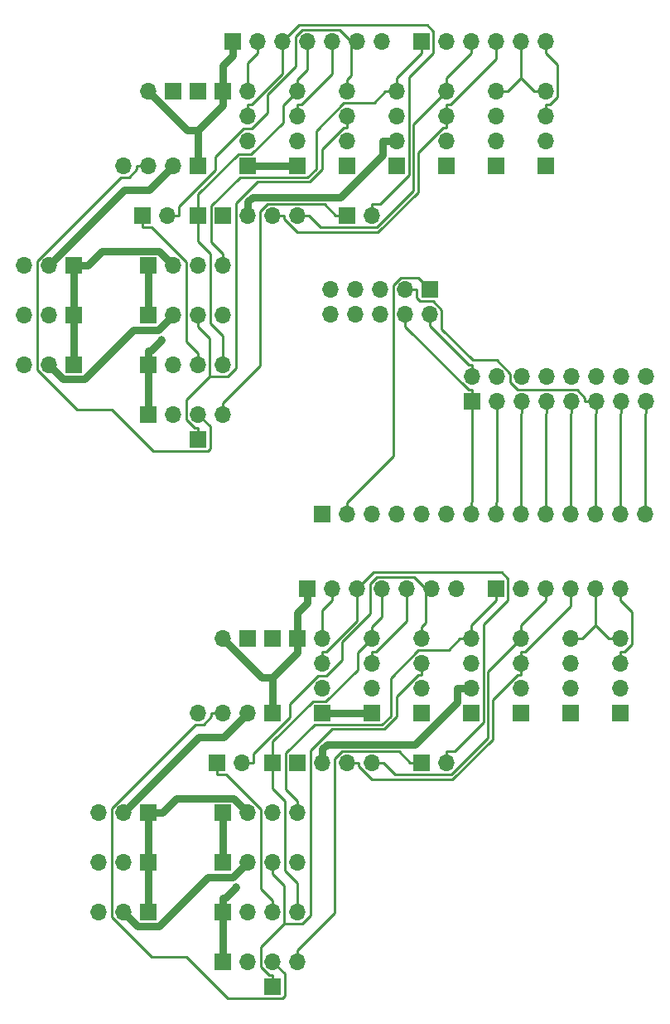
<source format=gbr>
G04 #@! TF.GenerationSoftware,KiCad,Pcbnew,5.0.1*
G04 #@! TF.CreationDate,2018-10-26T18:06:02+02:00*
G04 #@! TF.ProjectId,combine,636F6D62696E652E6B696361645F7063,rev?*
G04 #@! TF.SameCoordinates,Original*
G04 #@! TF.FileFunction,Copper,L2,Bot,Mixed*
G04 #@! TF.FilePolarity,Positive*
%FSLAX46Y46*%
G04 Gerber Fmt 4.6, Leading zero omitted, Abs format (unit mm)*
G04 Created by KiCad (PCBNEW 5.0.1) date Fri 26 Oct 2018 06:06:02 PM CEST*
%MOMM*%
%LPD*%
G01*
G04 APERTURE LIST*
G04 #@! TA.AperFunction,ComponentPad*
%ADD10R,1.700000X1.700000*%
G04 #@! TD*
G04 #@! TA.AperFunction,ComponentPad*
%ADD11O,1.700000X1.700000*%
G04 #@! TD*
G04 #@! TA.AperFunction,ViaPad*
%ADD12C,0.800000*%
G04 #@! TD*
G04 #@! TA.AperFunction,Conductor*
%ADD13C,0.750000*%
G04 #@! TD*
G04 #@! TA.AperFunction,Conductor*
%ADD14C,0.250000*%
G04 #@! TD*
G04 APERTURE END LIST*
D10*
G04 #@! TO.P,J6123,1*
G04 #@! TO.N,/GND*
X88900000Y-58420000D03*
D11*
G04 #@! TO.P,J6123,2*
G04 #@! TO.N,/12V*
X88900000Y-55880000D03*
G04 #@! TO.P,J6123,3*
G04 #@! TO.N,/FAN6*
X88900000Y-53340000D03*
G04 #@! TO.P,J6123,4*
G04 #@! TO.N,/PWM6*
X88900000Y-50800000D03*
G04 #@! TD*
G04 #@! TO.P,J1123,4*
G04 #@! TO.N,/PWM1*
X45720000Y-58420000D03*
G04 #@! TO.P,J1123,3*
G04 #@! TO.N,/FAN1*
X48260000Y-58420000D03*
G04 #@! TO.P,J1123,2*
G04 #@! TO.N,/FAN_P1*
X50800000Y-58420000D03*
D10*
G04 #@! TO.P,J1123,1*
G04 #@! TO.N,/GND*
X53340000Y-58420000D03*
G04 #@! TD*
D11*
G04 #@! TO.P,J5123,4*
G04 #@! TO.N,/PWM5*
X63500000Y-63500000D03*
G04 #@! TO.P,J5123,3*
G04 #@! TO.N,/FAN5*
X60960000Y-63500000D03*
G04 #@! TO.P,J5123,2*
G04 #@! TO.N,/12V*
X58420000Y-63500000D03*
D10*
G04 #@! TO.P,J5123,1*
G04 #@! TO.N,/GND*
X55880000Y-63500000D03*
G04 #@! TD*
G04 #@! TO.P,J4123,1*
G04 #@! TO.N,/GND*
X48260000Y-68580000D03*
D11*
G04 #@! TO.P,J4123,2*
G04 #@! TO.N,/12V*
X50800000Y-68580000D03*
G04 #@! TO.P,J4123,3*
G04 #@! TO.N,/FAN4*
X53340000Y-68580000D03*
G04 #@! TO.P,J4123,4*
G04 #@! TO.N,/PWM4*
X55880000Y-68580000D03*
G04 #@! TD*
G04 #@! TO.P,J32,4*
G04 #@! TO.N,/PWM3*
X55880000Y-73660000D03*
G04 #@! TO.P,J32,3*
G04 #@! TO.N,/FAN3*
X53340000Y-73660000D03*
G04 #@! TO.P,J32,2*
G04 #@! TO.N,/FAN_P3*
X50800000Y-73660000D03*
D10*
G04 #@! TO.P,J32,1*
G04 #@! TO.N,/GND*
X48260000Y-73660000D03*
G04 #@! TD*
G04 #@! TO.P,J22,1*
G04 #@! TO.N,/GND*
X48260000Y-78740000D03*
D11*
G04 #@! TO.P,J22,2*
G04 #@! TO.N,/FAN_P2*
X50800000Y-78740000D03*
G04 #@! TO.P,J22,3*
G04 #@! TO.N,/FAN2*
X53340000Y-78740000D03*
G04 #@! TO.P,J22,4*
G04 #@! TO.N,/PWM2*
X55880000Y-78740000D03*
G04 #@! TD*
G04 #@! TO.P,J122,4*
G04 #@! TO.N,/PWM1*
X55880000Y-83820000D03*
G04 #@! TO.P,J122,3*
G04 #@! TO.N,/FAN1*
X53340000Y-83820000D03*
G04 #@! TO.P,J122,2*
G04 #@! TO.N,/FAN_P1*
X50800000Y-83820000D03*
D10*
G04 #@! TO.P,J122,1*
G04 #@! TO.N,/GND*
X48260000Y-83820000D03*
G04 #@! TD*
G04 #@! TO.P,J18,1*
G04 #@! TO.N,/GND*
X55880000Y-50800000D03*
G04 #@! TD*
G04 #@! TO.P,J17,1*
G04 #@! TO.N,Net-(J17-Pad1)*
X53340000Y-50800000D03*
G04 #@! TD*
G04 #@! TO.P,J16,1*
G04 #@! TO.N,/FAN3*
X53340000Y-86360000D03*
G04 #@! TD*
G04 #@! TO.P,J14,1*
G04 #@! TO.N,/PWM2*
X53340000Y-63500000D03*
G04 #@! TD*
D11*
G04 #@! TO.P,J15,2*
G04 #@! TO.N,/PWM3*
X50165000Y-63500000D03*
D10*
G04 #@! TO.P,J15,1*
G04 #@! TO.N,/FAN2*
X47625000Y-63500000D03*
G04 #@! TD*
G04 #@! TO.P,J13,1*
G04 #@! TO.N,/PWM1*
X68580000Y-63500000D03*
D11*
G04 #@! TO.P,J13,2*
G04 #@! TO.N,/FAN1*
X71120000Y-63500000D03*
G04 #@! TD*
D10*
G04 #@! TO.P,J11,1*
G04 #@! TO.N,/GND*
X56896000Y-45720000D03*
D11*
G04 #@! TO.P,J11,2*
G04 #@! TO.N,/PWM1*
X59436000Y-45720000D03*
G04 #@! TO.P,J11,3*
G04 #@! TO.N,/FAN1*
X61976000Y-45720000D03*
G04 #@! TO.P,J11,4*
G04 #@! TO.N,/PWM2*
X64516000Y-45720000D03*
G04 #@! TO.P,J11,5*
G04 #@! TO.N,/FAN2*
X67056000Y-45720000D03*
G04 #@! TO.P,J11,6*
G04 #@! TO.N,/PWM3*
X69596000Y-45720000D03*
G04 #@! TO.P,J11,7*
G04 #@! TO.N,/FAN3*
X72136000Y-45720000D03*
G04 #@! TD*
G04 #@! TO.P,J12,6*
G04 #@! TO.N,/FAN6*
X88900000Y-45720000D03*
G04 #@! TO.P,J12,5*
G04 #@! TO.N,/PWM6*
X86360000Y-45720000D03*
G04 #@! TO.P,J12,4*
G04 #@! TO.N,/FAN5*
X83820000Y-45720000D03*
G04 #@! TO.P,J12,3*
G04 #@! TO.N,/PWM5*
X81280000Y-45720000D03*
G04 #@! TO.P,J12,2*
G04 #@! TO.N,/FAN4*
X78740000Y-45720000D03*
D10*
G04 #@! TO.P,J12,1*
G04 #@! TO.N,/PWM4*
X76200000Y-45720000D03*
G04 #@! TD*
G04 #@! TO.P,J8,1*
G04 #@! TO.N,/12V*
X50800000Y-50800000D03*
D11*
G04 #@! TO.P,J8,2*
G04 #@! TO.N,/GND*
X48260000Y-50800000D03*
G04 #@! TD*
D10*
G04 #@! TO.P,J10,1*
G04 #@! TO.N,/12V*
X40640000Y-78740000D03*
D11*
G04 #@! TO.P,J10,2*
G04 #@! TO.N,/FAN_P3*
X38100000Y-78740000D03*
G04 #@! TO.P,J10,3*
G04 #@! TO.N,Net-(J10-Pad3)*
X35560000Y-78740000D03*
G04 #@! TD*
G04 #@! TO.P,J9,3*
G04 #@! TO.N,Net-(J9-Pad3)*
X35560000Y-73660000D03*
G04 #@! TO.P,J9,2*
G04 #@! TO.N,/FAN_P2*
X38100000Y-73660000D03*
D10*
G04 #@! TO.P,J9,1*
G04 #@! TO.N,/12V*
X40640000Y-73660000D03*
G04 #@! TD*
G04 #@! TO.P,J7,1*
G04 #@! TO.N,/12V*
X40640000Y-68580000D03*
D11*
G04 #@! TO.P,J7,2*
G04 #@! TO.N,/FAN_P1*
X38100000Y-68580000D03*
G04 #@! TO.P,J7,3*
G04 #@! TO.N,Net-(J7-Pad3)*
X35560000Y-68580000D03*
G04 #@! TD*
G04 #@! TO.P,J6,4*
G04 #@! TO.N,/PWM6*
X83820000Y-50800000D03*
G04 #@! TO.P,J6,3*
G04 #@! TO.N,/FAN6*
X83820000Y-53340000D03*
G04 #@! TO.P,J6,2*
G04 #@! TO.N,/12V*
X83820000Y-55880000D03*
D10*
G04 #@! TO.P,J6,1*
G04 #@! TO.N,/GND*
X83820000Y-58420000D03*
G04 #@! TD*
G04 #@! TO.P,J5,1*
G04 #@! TO.N,/GND*
X78740000Y-58420000D03*
D11*
G04 #@! TO.P,J5,2*
G04 #@! TO.N,/12V*
X78740000Y-55880000D03*
G04 #@! TO.P,J5,3*
G04 #@! TO.N,/FAN5*
X78740000Y-53340000D03*
G04 #@! TO.P,J5,4*
G04 #@! TO.N,/PWM5*
X78740000Y-50800000D03*
G04 #@! TD*
G04 #@! TO.P,J4,4*
G04 #@! TO.N,/PWM4*
X73660000Y-50800000D03*
G04 #@! TO.P,J4,3*
G04 #@! TO.N,/FAN4*
X73660000Y-53340000D03*
G04 #@! TO.P,J4,2*
G04 #@! TO.N,/12V*
X73660000Y-55880000D03*
D10*
G04 #@! TO.P,J4,1*
G04 #@! TO.N,/GND*
X73660000Y-58420000D03*
G04 #@! TD*
G04 #@! TO.P,J3,1*
G04 #@! TO.N,/GND*
X68580000Y-58420000D03*
D11*
G04 #@! TO.P,J3,2*
G04 #@! TO.N,/FAN_P3*
X68580000Y-55880000D03*
G04 #@! TO.P,J3,3*
G04 #@! TO.N,/FAN3*
X68580000Y-53340000D03*
G04 #@! TO.P,J3,4*
G04 #@! TO.N,/PWM3*
X68580000Y-50800000D03*
G04 #@! TD*
G04 #@! TO.P,J2,4*
G04 #@! TO.N,/PWM2*
X63500000Y-50800000D03*
G04 #@! TO.P,J2,3*
G04 #@! TO.N,/FAN2*
X63500000Y-53340000D03*
G04 #@! TO.P,J2,2*
G04 #@! TO.N,/FAN_P2*
X63500000Y-55880000D03*
D10*
G04 #@! TO.P,J2,1*
G04 #@! TO.N,/GND*
X63500000Y-58420000D03*
G04 #@! TD*
G04 #@! TO.P,J1,1*
G04 #@! TO.N,/GND*
X58420000Y-58420000D03*
D11*
G04 #@! TO.P,J1,2*
G04 #@! TO.N,/FAN_P1*
X58420000Y-55880000D03*
G04 #@! TO.P,J1,3*
G04 #@! TO.N,/FAN1*
X58420000Y-53340000D03*
G04 #@! TO.P,J1,4*
G04 #@! TO.N,/PWM1*
X58420000Y-50800000D03*
G04 #@! TD*
D10*
G04 #@! TO.P,J1,1*
G04 #@! TO.N,/3V*
X66020000Y-93970000D03*
D11*
G04 #@! TO.P,J1,2*
G04 #@! TO.N,/5V*
X68560000Y-93970000D03*
G04 #@! TO.P,J1,3*
G04 #@! TO.N,GND*
X71100000Y-93970000D03*
G04 #@! TO.P,J1,4*
X73640000Y-93970000D03*
G04 #@! TO.P,J1,5*
G04 #@! TO.N,/VIN*
X76180000Y-93970000D03*
G04 #@! TO.P,J1,6*
G04 #@! TO.N,Net-(J1-Pad6)*
X78720000Y-93970000D03*
G04 #@! TO.P,J1,7*
G04 #@! TO.N,/A0*
X81260000Y-93970000D03*
G04 #@! TO.P,J1,8*
G04 #@! TO.N,/A1*
X83800000Y-93970000D03*
G04 #@! TO.P,J1,9*
G04 #@! TO.N,/A11*
X86340000Y-93970000D03*
G04 #@! TO.P,J1,10*
G04 #@! TO.N,/A12*
X88880000Y-93970000D03*
G04 #@! TO.P,J1,11*
G04 #@! TO.N,/A4*
X91420000Y-93970000D03*
G04 #@! TO.P,J1,12*
G04 #@! TO.N,/A5*
X93960000Y-93970000D03*
G04 #@! TO.P,J1,13*
G04 #@! TO.N,/A6*
X96500000Y-93970000D03*
G04 #@! TO.P,J1,14*
G04 #@! TO.N,/A7*
X99040000Y-93970000D03*
G04 #@! TD*
D10*
G04 #@! TO.P,J3,1*
G04 #@! TO.N,/5V*
X77020000Y-71070000D03*
D11*
G04 #@! TO.P,J3,2*
G04 #@! TO.N,GND*
X77020000Y-73610000D03*
G04 #@! TO.P,J3,3*
G04 #@! TO.N,/A5*
X74480000Y-71070000D03*
G04 #@! TO.P,J3,4*
G04 #@! TO.N,/A0*
X74480000Y-73610000D03*
G04 #@! TO.P,J3,5*
G04 #@! TO.N,/A1*
X71940000Y-71070000D03*
G04 #@! TO.P,J3,6*
G04 #@! TO.N,/D40*
X71940000Y-73610000D03*
G04 #@! TO.P,J3,7*
G04 #@! TO.N,/D44*
X69400000Y-71070000D03*
G04 #@! TO.P,J3,8*
G04 #@! TO.N,/D42*
X69400000Y-73610000D03*
G04 #@! TO.P,J3,9*
G04 #@! TO.N,/A12*
X66860000Y-71070000D03*
G04 #@! TO.P,J3,10*
G04 #@! TO.N,/A11*
X66860000Y-73610000D03*
G04 #@! TD*
D10*
G04 #@! TO.P,J2,1*
G04 #@! TO.N,/A0*
X81340000Y-82470000D03*
D11*
G04 #@! TO.P,J2,2*
G04 #@! TO.N,GND*
X81340000Y-79930000D03*
G04 #@! TO.P,J2,3*
G04 #@! TO.N,/A1*
X83880000Y-82470000D03*
G04 #@! TO.P,J2,4*
G04 #@! TO.N,GND*
X83880000Y-79930000D03*
G04 #@! TO.P,J2,5*
G04 #@! TO.N,/A11*
X86420000Y-82470000D03*
G04 #@! TO.P,J2,6*
G04 #@! TO.N,GND*
X86420000Y-79930000D03*
G04 #@! TO.P,J2,7*
G04 #@! TO.N,/A12*
X88960000Y-82470000D03*
G04 #@! TO.P,J2,8*
G04 #@! TO.N,GND*
X88960000Y-79930000D03*
G04 #@! TO.P,J2,9*
G04 #@! TO.N,/A4*
X91500000Y-82470000D03*
G04 #@! TO.P,J2,10*
G04 #@! TO.N,GND*
X91500000Y-79930000D03*
G04 #@! TO.P,J2,11*
G04 #@! TO.N,/A5*
X94040000Y-82470000D03*
G04 #@! TO.P,J2,12*
G04 #@! TO.N,GND*
X94040000Y-79930000D03*
G04 #@! TO.P,J2,13*
G04 #@! TO.N,/A6*
X96580000Y-82470000D03*
G04 #@! TO.P,J2,14*
G04 #@! TO.N,GND*
X96580000Y-79930000D03*
G04 #@! TO.P,J2,15*
G04 #@! TO.N,/A7*
X99120000Y-82470000D03*
G04 #@! TO.P,J2,16*
G04 #@! TO.N,GND*
X99120000Y-79930000D03*
G04 #@! TD*
D10*
G04 #@! TO.P,J6123,1*
G04 #@! TO.N,/GND*
X96520000Y-114300000D03*
D11*
G04 #@! TO.P,J6123,2*
G04 #@! TO.N,/12V*
X96520000Y-111760000D03*
G04 #@! TO.P,J6123,3*
G04 #@! TO.N,/FAN6*
X96520000Y-109220000D03*
G04 #@! TO.P,J6123,4*
G04 #@! TO.N,/PWM6*
X96520000Y-106680000D03*
G04 #@! TD*
G04 #@! TO.P,J1123,4*
G04 #@! TO.N,/PWM1*
X53340000Y-114300000D03*
G04 #@! TO.P,J1123,3*
G04 #@! TO.N,/FAN1*
X55880000Y-114300000D03*
G04 #@! TO.P,J1123,2*
G04 #@! TO.N,/FAN_P1*
X58420000Y-114300000D03*
D10*
G04 #@! TO.P,J1123,1*
G04 #@! TO.N,/GND*
X60960000Y-114300000D03*
G04 #@! TD*
D11*
G04 #@! TO.P,J5123,4*
G04 #@! TO.N,/PWM5*
X71120000Y-119380000D03*
G04 #@! TO.P,J5123,3*
G04 #@! TO.N,/FAN5*
X68580000Y-119380000D03*
G04 #@! TO.P,J5123,2*
G04 #@! TO.N,/12V*
X66040000Y-119380000D03*
D10*
G04 #@! TO.P,J5123,1*
G04 #@! TO.N,/GND*
X63500000Y-119380000D03*
G04 #@! TD*
G04 #@! TO.P,J4123,1*
G04 #@! TO.N,/GND*
X55880000Y-124460000D03*
D11*
G04 #@! TO.P,J4123,2*
G04 #@! TO.N,/12V*
X58420000Y-124460000D03*
G04 #@! TO.P,J4123,3*
G04 #@! TO.N,/FAN4*
X60960000Y-124460000D03*
G04 #@! TO.P,J4123,4*
G04 #@! TO.N,/PWM4*
X63500000Y-124460000D03*
G04 #@! TD*
G04 #@! TO.P,J32,4*
G04 #@! TO.N,/PWM3*
X63500000Y-129540000D03*
G04 #@! TO.P,J32,3*
G04 #@! TO.N,/FAN3*
X60960000Y-129540000D03*
G04 #@! TO.P,J32,2*
G04 #@! TO.N,/FAN_P3*
X58420000Y-129540000D03*
D10*
G04 #@! TO.P,J32,1*
G04 #@! TO.N,/GND*
X55880000Y-129540000D03*
G04 #@! TD*
G04 #@! TO.P,J22,1*
G04 #@! TO.N,/GND*
X55880000Y-134620000D03*
D11*
G04 #@! TO.P,J22,2*
G04 #@! TO.N,/FAN_P2*
X58420000Y-134620000D03*
G04 #@! TO.P,J22,3*
G04 #@! TO.N,/FAN2*
X60960000Y-134620000D03*
G04 #@! TO.P,J22,4*
G04 #@! TO.N,/PWM2*
X63500000Y-134620000D03*
G04 #@! TD*
G04 #@! TO.P,J122,4*
G04 #@! TO.N,/PWM1*
X63500000Y-139700000D03*
G04 #@! TO.P,J122,3*
G04 #@! TO.N,/FAN1*
X60960000Y-139700000D03*
G04 #@! TO.P,J122,2*
G04 #@! TO.N,/FAN_P1*
X58420000Y-139700000D03*
D10*
G04 #@! TO.P,J122,1*
G04 #@! TO.N,/GND*
X55880000Y-139700000D03*
G04 #@! TD*
G04 #@! TO.P,J18,1*
G04 #@! TO.N,/GND*
X63500000Y-106680000D03*
G04 #@! TD*
G04 #@! TO.P,J17,1*
G04 #@! TO.N,Net-(J17-Pad1)*
X60960000Y-106680000D03*
G04 #@! TD*
G04 #@! TO.P,J16,1*
G04 #@! TO.N,/FAN3*
X60960000Y-142240000D03*
G04 #@! TD*
G04 #@! TO.P,J14,1*
G04 #@! TO.N,/PWM2*
X60960000Y-119380000D03*
G04 #@! TD*
D11*
G04 #@! TO.P,J15,2*
G04 #@! TO.N,/PWM3*
X57785000Y-119380000D03*
D10*
G04 #@! TO.P,J15,1*
G04 #@! TO.N,/FAN2*
X55245000Y-119380000D03*
G04 #@! TD*
G04 #@! TO.P,J13,1*
G04 #@! TO.N,/PWM1*
X76200000Y-119380000D03*
D11*
G04 #@! TO.P,J13,2*
G04 #@! TO.N,/FAN1*
X78740000Y-119380000D03*
G04 #@! TD*
D10*
G04 #@! TO.P,J11,1*
G04 #@! TO.N,/GND*
X64516000Y-101600000D03*
D11*
G04 #@! TO.P,J11,2*
G04 #@! TO.N,/PWM1*
X67056000Y-101600000D03*
G04 #@! TO.P,J11,3*
G04 #@! TO.N,/FAN1*
X69596000Y-101600000D03*
G04 #@! TO.P,J11,4*
G04 #@! TO.N,/PWM2*
X72136000Y-101600000D03*
G04 #@! TO.P,J11,5*
G04 #@! TO.N,/FAN2*
X74676000Y-101600000D03*
G04 #@! TO.P,J11,6*
G04 #@! TO.N,/PWM3*
X77216000Y-101600000D03*
G04 #@! TO.P,J11,7*
G04 #@! TO.N,/FAN3*
X79756000Y-101600000D03*
G04 #@! TD*
G04 #@! TO.P,J12,6*
G04 #@! TO.N,/FAN6*
X96520000Y-101600000D03*
G04 #@! TO.P,J12,5*
G04 #@! TO.N,/PWM6*
X93980000Y-101600000D03*
G04 #@! TO.P,J12,4*
G04 #@! TO.N,/FAN5*
X91440000Y-101600000D03*
G04 #@! TO.P,J12,3*
G04 #@! TO.N,/PWM5*
X88900000Y-101600000D03*
G04 #@! TO.P,J12,2*
G04 #@! TO.N,/FAN4*
X86360000Y-101600000D03*
D10*
G04 #@! TO.P,J12,1*
G04 #@! TO.N,/PWM4*
X83820000Y-101600000D03*
G04 #@! TD*
G04 #@! TO.P,J8,1*
G04 #@! TO.N,/12V*
X58420000Y-106680000D03*
D11*
G04 #@! TO.P,J8,2*
G04 #@! TO.N,/GND*
X55880000Y-106680000D03*
G04 #@! TD*
D10*
G04 #@! TO.P,J10,1*
G04 #@! TO.N,/12V*
X48260000Y-134620000D03*
D11*
G04 #@! TO.P,J10,2*
G04 #@! TO.N,/FAN_P3*
X45720000Y-134620000D03*
G04 #@! TO.P,J10,3*
G04 #@! TO.N,Net-(J10-Pad3)*
X43180000Y-134620000D03*
G04 #@! TD*
G04 #@! TO.P,J9,3*
G04 #@! TO.N,Net-(J9-Pad3)*
X43180000Y-129540000D03*
G04 #@! TO.P,J9,2*
G04 #@! TO.N,/FAN_P2*
X45720000Y-129540000D03*
D10*
G04 #@! TO.P,J9,1*
G04 #@! TO.N,/12V*
X48260000Y-129540000D03*
G04 #@! TD*
G04 #@! TO.P,J7,1*
G04 #@! TO.N,/12V*
X48260000Y-124460000D03*
D11*
G04 #@! TO.P,J7,2*
G04 #@! TO.N,/FAN_P1*
X45720000Y-124460000D03*
G04 #@! TO.P,J7,3*
G04 #@! TO.N,Net-(J7-Pad3)*
X43180000Y-124460000D03*
G04 #@! TD*
G04 #@! TO.P,J6,4*
G04 #@! TO.N,/PWM6*
X91440000Y-106680000D03*
G04 #@! TO.P,J6,3*
G04 #@! TO.N,/FAN6*
X91440000Y-109220000D03*
G04 #@! TO.P,J6,2*
G04 #@! TO.N,/12V*
X91440000Y-111760000D03*
D10*
G04 #@! TO.P,J6,1*
G04 #@! TO.N,/GND*
X91440000Y-114300000D03*
G04 #@! TD*
G04 #@! TO.P,J5,1*
G04 #@! TO.N,/GND*
X86360000Y-114300000D03*
D11*
G04 #@! TO.P,J5,2*
G04 #@! TO.N,/12V*
X86360000Y-111760000D03*
G04 #@! TO.P,J5,3*
G04 #@! TO.N,/FAN5*
X86360000Y-109220000D03*
G04 #@! TO.P,J5,4*
G04 #@! TO.N,/PWM5*
X86360000Y-106680000D03*
G04 #@! TD*
G04 #@! TO.P,J4,4*
G04 #@! TO.N,/PWM4*
X81280000Y-106680000D03*
G04 #@! TO.P,J4,3*
G04 #@! TO.N,/FAN4*
X81280000Y-109220000D03*
G04 #@! TO.P,J4,2*
G04 #@! TO.N,/12V*
X81280000Y-111760000D03*
D10*
G04 #@! TO.P,J4,1*
G04 #@! TO.N,/GND*
X81280000Y-114300000D03*
G04 #@! TD*
G04 #@! TO.P,J3,1*
G04 #@! TO.N,/GND*
X76200000Y-114300000D03*
D11*
G04 #@! TO.P,J3,2*
G04 #@! TO.N,/FAN_P3*
X76200000Y-111760000D03*
G04 #@! TO.P,J3,3*
G04 #@! TO.N,/FAN3*
X76200000Y-109220000D03*
G04 #@! TO.P,J3,4*
G04 #@! TO.N,/PWM3*
X76200000Y-106680000D03*
G04 #@! TD*
G04 #@! TO.P,J2,4*
G04 #@! TO.N,/PWM2*
X71120000Y-106680000D03*
G04 #@! TO.P,J2,3*
G04 #@! TO.N,/FAN2*
X71120000Y-109220000D03*
G04 #@! TO.P,J2,2*
G04 #@! TO.N,/FAN_P2*
X71120000Y-111760000D03*
D10*
G04 #@! TO.P,J2,1*
G04 #@! TO.N,/GND*
X71120000Y-114300000D03*
G04 #@! TD*
G04 #@! TO.P,J1,1*
G04 #@! TO.N,/GND*
X66040000Y-114300000D03*
D11*
G04 #@! TO.P,J1,2*
G04 #@! TO.N,/FAN_P1*
X66040000Y-111760000D03*
G04 #@! TO.P,J1,3*
G04 #@! TO.N,/FAN1*
X66040000Y-109220000D03*
G04 #@! TO.P,J1,4*
G04 #@! TO.N,/PWM1*
X66040000Y-106680000D03*
G04 #@! TD*
D12*
G04 #@! TO.N,/GND*
X49609900Y-76194000D03*
X57229900Y-132074000D03*
G04 #@! TD*
D13*
G04 #@! TO.N,/GND*
X53340000Y-54765300D02*
X55880000Y-52225300D01*
X48260000Y-50800000D02*
X52225300Y-54765300D01*
X52225300Y-54765300D02*
X53340000Y-54765300D01*
X53340000Y-54765300D02*
X53340000Y-56994700D01*
X53340000Y-58420000D02*
X53340000Y-56994700D01*
X62074700Y-58420000D02*
X58420000Y-58420000D01*
X55880000Y-50800000D02*
X55880000Y-52225300D01*
X56896000Y-47145300D02*
X55880000Y-48161300D01*
X55880000Y-48161300D02*
X55880000Y-50800000D01*
X63500000Y-58420000D02*
X62074700Y-58420000D01*
X48260000Y-77314700D02*
X48489200Y-77314700D01*
X48489200Y-77314700D02*
X49609900Y-76194000D01*
X48260000Y-78740000D02*
X48260000Y-77314700D01*
X48260000Y-83820000D02*
X48260000Y-78740000D01*
X48260000Y-73660000D02*
X48260000Y-68580000D01*
X56896000Y-45720000D02*
X56896000Y-47145300D01*
X60960000Y-110645300D02*
X63500000Y-108105300D01*
X55880000Y-106680000D02*
X59845300Y-110645300D01*
X59845300Y-110645300D02*
X60960000Y-110645300D01*
X60960000Y-110645300D02*
X60960000Y-112874700D01*
X60960000Y-114300000D02*
X60960000Y-112874700D01*
X69694700Y-114300000D02*
X66040000Y-114300000D01*
X63500000Y-106680000D02*
X63500000Y-108105300D01*
X64516000Y-103025300D02*
X63500000Y-104041300D01*
X63500000Y-104041300D02*
X63500000Y-106680000D01*
X71120000Y-114300000D02*
X69694700Y-114300000D01*
X55880000Y-133194700D02*
X56109200Y-133194700D01*
X56109200Y-133194700D02*
X57229900Y-132074000D01*
X55880000Y-134620000D02*
X55880000Y-133194700D01*
X55880000Y-139700000D02*
X55880000Y-134620000D01*
X55880000Y-129540000D02*
X55880000Y-124460000D01*
X64516000Y-101600000D02*
X64516000Y-103025300D01*
G04 #@! TO.N,/FAN_P1*
X50800000Y-58420000D02*
X48330200Y-60889800D01*
X48330200Y-60889800D02*
X45790200Y-60889800D01*
X45790200Y-60889800D02*
X38100000Y-68580000D01*
X58420000Y-114300000D02*
X55950200Y-116769800D01*
X55950200Y-116769800D02*
X53410200Y-116769800D01*
X53410200Y-116769800D02*
X45720000Y-124460000D01*
D14*
G04 #@! TO.N,/FAN1*
X58420000Y-53340000D02*
X58420000Y-52164700D01*
X61976000Y-45720000D02*
X61976000Y-46895300D01*
X61976000Y-46895300D02*
X61976000Y-48976100D01*
X61976000Y-48976100D02*
X58787400Y-52164700D01*
X58787400Y-52164700D02*
X58420000Y-52164700D01*
X71120000Y-62324700D02*
X71928000Y-62324700D01*
X71928000Y-62324700D02*
X74916600Y-59336100D01*
X74916600Y-59336100D02*
X74916600Y-49354200D01*
X74916600Y-49354200D02*
X77375400Y-46895400D01*
X77375400Y-46895400D02*
X77375400Y-44660200D01*
X77375400Y-44660200D02*
X76755800Y-44040600D01*
X76755800Y-44040600D02*
X63655400Y-44040600D01*
X63655400Y-44040600D02*
X61976000Y-45720000D01*
X71120000Y-63500000D02*
X71120000Y-62324700D01*
X48260000Y-58420000D02*
X47084700Y-58420000D01*
X47084700Y-58420000D02*
X47084700Y-58787400D01*
X47084700Y-58787400D02*
X46276800Y-59595300D01*
X46276800Y-59595300D02*
X45422400Y-59595300D01*
X45422400Y-59595300D02*
X36880300Y-68137400D01*
X36880300Y-68137400D02*
X36880300Y-79256200D01*
X36880300Y-79256200D02*
X40942200Y-83318100D01*
X40942200Y-83318100D02*
X44488000Y-83318100D01*
X44488000Y-83318100D02*
X48718700Y-87548800D01*
X48718700Y-87548800D02*
X54315400Y-87548800D01*
X54315400Y-87548800D02*
X54546900Y-87317300D01*
X54546900Y-87317300D02*
X54546900Y-85026900D01*
X54546900Y-85026900D02*
X53340000Y-83820000D01*
X66040000Y-109220000D02*
X66040000Y-108044700D01*
X69596000Y-101600000D02*
X69596000Y-102775300D01*
X69596000Y-102775300D02*
X69596000Y-104856100D01*
X69596000Y-104856100D02*
X66407400Y-108044700D01*
X66407400Y-108044700D02*
X66040000Y-108044700D01*
X78740000Y-118204700D02*
X79548000Y-118204700D01*
X79548000Y-118204700D02*
X82536600Y-115216100D01*
X82536600Y-115216100D02*
X82536600Y-105234200D01*
X82536600Y-105234200D02*
X84995400Y-102775400D01*
X84995400Y-102775400D02*
X84995400Y-100540200D01*
X84995400Y-100540200D02*
X84375800Y-99920600D01*
X84375800Y-99920600D02*
X71275400Y-99920600D01*
X71275400Y-99920600D02*
X69596000Y-101600000D01*
X78740000Y-119380000D02*
X78740000Y-118204700D01*
X55880000Y-114300000D02*
X54704700Y-114300000D01*
X54704700Y-114300000D02*
X54704700Y-114667400D01*
X54704700Y-114667400D02*
X53896800Y-115475300D01*
X53896800Y-115475300D02*
X53042400Y-115475300D01*
X53042400Y-115475300D02*
X44500300Y-124017400D01*
X44500300Y-124017400D02*
X44500300Y-135136200D01*
X44500300Y-135136200D02*
X48562200Y-139198100D01*
X48562200Y-139198100D02*
X52108000Y-139198100D01*
X52108000Y-139198100D02*
X56338700Y-143428800D01*
X56338700Y-143428800D02*
X61935400Y-143428800D01*
X61935400Y-143428800D02*
X62166900Y-143197300D01*
X62166900Y-143197300D02*
X62166900Y-140906900D01*
X62166900Y-140906900D02*
X60960000Y-139700000D01*
G04 #@! TO.N,/PWM1*
X68580000Y-63500000D02*
X67404700Y-63500000D01*
X55880000Y-83820000D02*
X55880000Y-82644700D01*
X55880000Y-82644700D02*
X59690000Y-78834700D01*
X59690000Y-78834700D02*
X59690000Y-63100200D01*
X59690000Y-63100200D02*
X60465500Y-62324700D01*
X60465500Y-62324700D02*
X66229400Y-62324700D01*
X66229400Y-62324700D02*
X67404700Y-63500000D01*
X59436000Y-46895300D02*
X58420000Y-47911300D01*
X58420000Y-47911300D02*
X58420000Y-50800000D01*
X59436000Y-45720000D02*
X59436000Y-46895300D01*
X76200000Y-119380000D02*
X75024700Y-119380000D01*
X63500000Y-139700000D02*
X63500000Y-138524700D01*
X63500000Y-138524700D02*
X67310000Y-134714700D01*
X67310000Y-134714700D02*
X67310000Y-118980200D01*
X67310000Y-118980200D02*
X68085500Y-118204700D01*
X68085500Y-118204700D02*
X73849400Y-118204700D01*
X73849400Y-118204700D02*
X75024700Y-119380000D01*
X67056000Y-102775300D02*
X66040000Y-103791300D01*
X66040000Y-103791300D02*
X66040000Y-106680000D01*
X67056000Y-101600000D02*
X67056000Y-102775300D01*
G04 #@! TO.N,/PWM2*
X53340000Y-63500000D02*
X53340000Y-61332600D01*
X53340000Y-61332600D02*
X57428000Y-57244600D01*
X57428000Y-57244600D02*
X58755600Y-57244600D01*
X58755600Y-57244600D02*
X62023500Y-53976700D01*
X62023500Y-53976700D02*
X62023500Y-52276500D01*
X62023500Y-52276500D02*
X63500000Y-50800000D01*
X55880000Y-78740000D02*
X55880000Y-75749700D01*
X55880000Y-75749700D02*
X54610000Y-74479700D01*
X54610000Y-74479700D02*
X54610000Y-67357300D01*
X54610000Y-67357300D02*
X53340000Y-66087300D01*
X53340000Y-66087300D02*
X53340000Y-63500000D01*
X63500000Y-50800000D02*
X63500000Y-49624700D01*
X64516000Y-45720000D02*
X64516000Y-48608700D01*
X64516000Y-48608700D02*
X63500000Y-49624700D01*
X60960000Y-119380000D02*
X60960000Y-117212600D01*
X60960000Y-117212600D02*
X65048000Y-113124600D01*
X65048000Y-113124600D02*
X66375600Y-113124600D01*
X66375600Y-113124600D02*
X69643500Y-109856700D01*
X69643500Y-109856700D02*
X69643500Y-108156500D01*
X69643500Y-108156500D02*
X71120000Y-106680000D01*
X63500000Y-134620000D02*
X63500000Y-131629700D01*
X63500000Y-131629700D02*
X62230000Y-130359700D01*
X62230000Y-130359700D02*
X62230000Y-123237300D01*
X62230000Y-123237300D02*
X60960000Y-121967300D01*
X60960000Y-121967300D02*
X60960000Y-119380000D01*
X71120000Y-106680000D02*
X71120000Y-105504700D01*
X72136000Y-101600000D02*
X72136000Y-104488700D01*
X72136000Y-104488700D02*
X71120000Y-105504700D01*
G04 #@! TO.N,/FAN2*
X53340000Y-78740000D02*
X53340000Y-77564700D01*
X47625000Y-63500000D02*
X47625000Y-64675300D01*
X47625000Y-64675300D02*
X48579900Y-64675300D01*
X48579900Y-64675300D02*
X52164700Y-68260100D01*
X52164700Y-68260100D02*
X52164700Y-76389400D01*
X52164700Y-76389400D02*
X53340000Y-77564700D01*
X63500000Y-53340000D02*
X63500000Y-52175200D01*
X67056000Y-46895300D02*
X67056000Y-48976000D01*
X67056000Y-48976000D02*
X63856800Y-52175200D01*
X63856800Y-52175200D02*
X63500000Y-52175200D01*
X67056000Y-46307600D02*
X67056000Y-45720000D01*
X67056000Y-46307600D02*
X67056000Y-46895300D01*
X60960000Y-134620000D02*
X60960000Y-133444700D01*
X55245000Y-119380000D02*
X55245000Y-120555300D01*
X55245000Y-120555300D02*
X56199900Y-120555300D01*
X56199900Y-120555300D02*
X59784700Y-124140100D01*
X59784700Y-124140100D02*
X59784700Y-132269400D01*
X59784700Y-132269400D02*
X60960000Y-133444700D01*
X71120000Y-109220000D02*
X71120000Y-108055200D01*
X74676000Y-102775300D02*
X74676000Y-104856000D01*
X74676000Y-104856000D02*
X71476800Y-108055200D01*
X71476800Y-108055200D02*
X71120000Y-108055200D01*
X74676000Y-102187600D02*
X74676000Y-101600000D01*
X74676000Y-102187600D02*
X74676000Y-102775300D01*
D13*
G04 #@! TO.N,/FAN_P3*
X38100000Y-78740000D02*
X39525400Y-80165400D01*
X39525400Y-80165400D02*
X41745500Y-80165400D01*
X41745500Y-80165400D02*
X46734800Y-75176100D01*
X46734800Y-75176100D02*
X49283900Y-75176100D01*
X49283900Y-75176100D02*
X50800000Y-73660000D01*
X45720000Y-134620000D02*
X47145400Y-136045400D01*
X47145400Y-136045400D02*
X49365500Y-136045400D01*
X49365500Y-136045400D02*
X54354800Y-131056100D01*
X54354800Y-131056100D02*
X56903900Y-131056100D01*
X56903900Y-131056100D02*
X58420000Y-129540000D01*
D14*
G04 #@! TO.N,/FAN3*
X54515300Y-79942300D02*
X56375700Y-79942300D01*
X56375700Y-79942300D02*
X57221400Y-79096600D01*
X57221400Y-79096600D02*
X57221400Y-62266900D01*
X57221400Y-62266900D02*
X59442600Y-60045700D01*
X59442600Y-60045700D02*
X64702900Y-60045700D01*
X64702900Y-60045700D02*
X65996200Y-58752400D01*
X65996200Y-58752400D02*
X65996200Y-56731700D01*
X65996200Y-56731700D02*
X68212600Y-54515300D01*
X68212600Y-54515300D02*
X68580000Y-54515300D01*
X54515300Y-79942300D02*
X54515300Y-76010600D01*
X54515300Y-76010600D02*
X53340000Y-74835300D01*
X53340000Y-85184700D02*
X52972700Y-85184700D01*
X52972700Y-85184700D02*
X52124900Y-84336900D01*
X52124900Y-84336900D02*
X52124900Y-82332700D01*
X52124900Y-82332700D02*
X54515300Y-79942300D01*
X68580000Y-53340000D02*
X68580000Y-54515300D01*
X53340000Y-73660000D02*
X53340000Y-74835300D01*
X53340000Y-86360000D02*
X53340000Y-85184700D01*
X62135300Y-135822300D02*
X63995700Y-135822300D01*
X63995700Y-135822300D02*
X64841400Y-134976600D01*
X64841400Y-134976600D02*
X64841400Y-118146900D01*
X64841400Y-118146900D02*
X67062600Y-115925700D01*
X67062600Y-115925700D02*
X72322900Y-115925700D01*
X72322900Y-115925700D02*
X73616200Y-114632400D01*
X73616200Y-114632400D02*
X73616200Y-112611700D01*
X73616200Y-112611700D02*
X75832600Y-110395300D01*
X75832600Y-110395300D02*
X76200000Y-110395300D01*
X62135300Y-135822300D02*
X62135300Y-131890600D01*
X62135300Y-131890600D02*
X60960000Y-130715300D01*
X60960000Y-141064700D02*
X60592700Y-141064700D01*
X60592700Y-141064700D02*
X59744900Y-140216900D01*
X59744900Y-140216900D02*
X59744900Y-138212700D01*
X59744900Y-138212700D02*
X62135300Y-135822300D01*
X76200000Y-109220000D02*
X76200000Y-110395300D01*
X60960000Y-129540000D02*
X60960000Y-130715300D01*
X60960000Y-142240000D02*
X60960000Y-141064700D01*
G04 #@! TO.N,/PWM3*
X50165000Y-63500000D02*
X51340300Y-63500000D01*
X69008400Y-45720000D02*
X67784900Y-44496500D01*
X67784900Y-44496500D02*
X64013100Y-44496500D01*
X64013100Y-44496500D02*
X63340600Y-45169000D01*
X63340600Y-45169000D02*
X63340600Y-48248400D01*
X63340600Y-48248400D02*
X60415000Y-51174000D01*
X60415000Y-51174000D02*
X60415000Y-53022900D01*
X60415000Y-53022900D02*
X58827900Y-54610000D01*
X58827900Y-54610000D02*
X57985600Y-54610000D01*
X57985600Y-54610000D02*
X55133200Y-57462400D01*
X55133200Y-57462400D02*
X55133200Y-58802400D01*
X55133200Y-58802400D02*
X51340300Y-62595300D01*
X51340300Y-62595300D02*
X51340300Y-63500000D01*
X68580000Y-49624700D02*
X69008400Y-49196300D01*
X69008400Y-49196300D02*
X69008400Y-45720000D01*
X68580000Y-50800000D02*
X68580000Y-49624700D01*
X69596000Y-45720000D02*
X69008400Y-45720000D01*
X57785000Y-119380000D02*
X58960300Y-119380000D01*
X76628400Y-101600000D02*
X75404900Y-100376500D01*
X75404900Y-100376500D02*
X71633100Y-100376500D01*
X71633100Y-100376500D02*
X70960600Y-101049000D01*
X70960600Y-101049000D02*
X70960600Y-104128400D01*
X70960600Y-104128400D02*
X68035000Y-107054000D01*
X68035000Y-107054000D02*
X68035000Y-108902900D01*
X68035000Y-108902900D02*
X66447900Y-110490000D01*
X66447900Y-110490000D02*
X65605600Y-110490000D01*
X65605600Y-110490000D02*
X62753200Y-113342400D01*
X62753200Y-113342400D02*
X62753200Y-114682400D01*
X62753200Y-114682400D02*
X58960300Y-118475300D01*
X58960300Y-118475300D02*
X58960300Y-119380000D01*
X76200000Y-105504700D02*
X76628400Y-105076300D01*
X76628400Y-105076300D02*
X76628400Y-101600000D01*
X76200000Y-106680000D02*
X76200000Y-105504700D01*
X77216000Y-101600000D02*
X76628400Y-101600000D01*
G04 #@! TO.N,/PWM4*
X73660000Y-50800000D02*
X72484700Y-50800000D01*
X72484700Y-50800000D02*
X71309400Y-51975300D01*
X71309400Y-51975300D02*
X68246600Y-51975300D01*
X68246600Y-51975300D02*
X65386900Y-54835000D01*
X65386900Y-54835000D02*
X65386900Y-58724800D01*
X65386900Y-58724800D02*
X64516300Y-59595400D01*
X64516300Y-59595400D02*
X57624500Y-59595400D01*
X57624500Y-59595400D02*
X54704600Y-62515300D01*
X54704600Y-62515300D02*
X54704600Y-66229300D01*
X54704600Y-66229300D02*
X55880000Y-67404700D01*
X76200000Y-46895300D02*
X73660000Y-49435300D01*
X73660000Y-49435300D02*
X73660000Y-50800000D01*
X55880000Y-68580000D02*
X55880000Y-67404700D01*
X76200000Y-45720000D02*
X76200000Y-46895300D01*
X81280000Y-106680000D02*
X80104700Y-106680000D01*
X80104700Y-106680000D02*
X78929400Y-107855300D01*
X78929400Y-107855300D02*
X75866600Y-107855300D01*
X75866600Y-107855300D02*
X73006900Y-110715000D01*
X73006900Y-110715000D02*
X73006900Y-114604800D01*
X73006900Y-114604800D02*
X72136300Y-115475400D01*
X72136300Y-115475400D02*
X65244500Y-115475400D01*
X65244500Y-115475400D02*
X62324600Y-118395300D01*
X62324600Y-118395300D02*
X62324600Y-122109300D01*
X62324600Y-122109300D02*
X63500000Y-123284700D01*
X83820000Y-102775300D02*
X81280000Y-105315300D01*
X81280000Y-105315300D02*
X81280000Y-106680000D01*
X63500000Y-124460000D02*
X63500000Y-123284700D01*
X83820000Y-101600000D02*
X83820000Y-102775300D01*
D13*
G04 #@! TO.N,/12V*
X40640000Y-68580000D02*
X42065300Y-68580000D01*
X42065300Y-68580000D02*
X43490700Y-67154600D01*
X43490700Y-67154600D02*
X49374600Y-67154600D01*
X49374600Y-67154600D02*
X50800000Y-68580000D01*
X40640000Y-68580000D02*
X40640000Y-73660000D01*
X73660000Y-55880000D02*
X72234700Y-55880000D01*
X58420000Y-63500000D02*
X58420000Y-62074700D01*
X58420000Y-62074700D02*
X58870400Y-61624300D01*
X58870400Y-61624300D02*
X67915700Y-61624300D01*
X67915700Y-61624300D02*
X72234700Y-57305300D01*
X72234700Y-57305300D02*
X72234700Y-55880000D01*
X40640000Y-73660000D02*
X40640000Y-78740000D01*
X48260000Y-124460000D02*
X49685300Y-124460000D01*
X49685300Y-124460000D02*
X51110700Y-123034600D01*
X51110700Y-123034600D02*
X56994600Y-123034600D01*
X56994600Y-123034600D02*
X58420000Y-124460000D01*
X48260000Y-124460000D02*
X48260000Y-129540000D01*
X81280000Y-111760000D02*
X79854700Y-111760000D01*
X66040000Y-119380000D02*
X66040000Y-117954700D01*
X66040000Y-117954700D02*
X66490400Y-117504300D01*
X66490400Y-117504300D02*
X75535700Y-117504300D01*
X75535700Y-117504300D02*
X79854700Y-113185300D01*
X79854700Y-113185300D02*
X79854700Y-111760000D01*
X48260000Y-129540000D02*
X48260000Y-134620000D01*
D14*
G04 #@! TO.N,/FAN5*
X62135300Y-63500000D02*
X62135300Y-63867300D01*
X62135300Y-63867300D02*
X63473700Y-65205700D01*
X63473700Y-65205700D02*
X71726700Y-65205700D01*
X71726700Y-65205700D02*
X75817400Y-61115000D01*
X75817400Y-61115000D02*
X75817400Y-57070600D01*
X75817400Y-57070600D02*
X78372700Y-54515300D01*
X78372700Y-54515300D02*
X78740000Y-54515300D01*
X78740000Y-53340000D02*
X78740000Y-52164700D01*
X83820000Y-45720000D02*
X83820000Y-47452000D01*
X83820000Y-47452000D02*
X79107300Y-52164700D01*
X79107300Y-52164700D02*
X78740000Y-52164700D01*
X78740000Y-53340000D02*
X78740000Y-54515300D01*
X60960000Y-63500000D02*
X62135300Y-63500000D01*
X69755300Y-119380000D02*
X69755300Y-119747300D01*
X69755300Y-119747300D02*
X71093700Y-121085700D01*
X71093700Y-121085700D02*
X79346700Y-121085700D01*
X79346700Y-121085700D02*
X83437400Y-116995000D01*
X83437400Y-116995000D02*
X83437400Y-112950600D01*
X83437400Y-112950600D02*
X85992700Y-110395300D01*
X85992700Y-110395300D02*
X86360000Y-110395300D01*
X86360000Y-109220000D02*
X86360000Y-108044700D01*
X91440000Y-101600000D02*
X91440000Y-103332000D01*
X91440000Y-103332000D02*
X86727300Y-108044700D01*
X86727300Y-108044700D02*
X86360000Y-108044700D01*
X86360000Y-109220000D02*
X86360000Y-110395300D01*
X68580000Y-119380000D02*
X69755300Y-119380000D01*
G04 #@! TO.N,/PWM5*
X64675300Y-63500000D02*
X65850600Y-64675300D01*
X65850600Y-64675300D02*
X71620200Y-64675300D01*
X71620200Y-64675300D02*
X75367000Y-60928500D01*
X75367000Y-60928500D02*
X75367000Y-54173000D01*
X75367000Y-54173000D02*
X78740000Y-50800000D01*
X81280000Y-46895300D02*
X78740000Y-49435300D01*
X78740000Y-49435300D02*
X78740000Y-50800000D01*
X63500000Y-63500000D02*
X64675300Y-63500000D01*
X81280000Y-45720000D02*
X81280000Y-46895300D01*
X72295300Y-119380000D02*
X73470600Y-120555300D01*
X73470600Y-120555300D02*
X79240200Y-120555300D01*
X79240200Y-120555300D02*
X82987000Y-116808500D01*
X82987000Y-116808500D02*
X82987000Y-110053000D01*
X82987000Y-110053000D02*
X86360000Y-106680000D01*
X88900000Y-102775300D02*
X86360000Y-105315300D01*
X86360000Y-105315300D02*
X86360000Y-106680000D01*
X71120000Y-119380000D02*
X72295300Y-119380000D01*
X88900000Y-101600000D02*
X88900000Y-102775300D01*
G04 #@! TO.N,/PWM6*
X86360000Y-49435300D02*
X87724700Y-50800000D01*
X86360000Y-46895300D02*
X86360000Y-49435300D01*
X86360000Y-49435300D02*
X84995300Y-50800000D01*
X83820000Y-50800000D02*
X84995300Y-50800000D01*
X88900000Y-50800000D02*
X87724700Y-50800000D01*
X86360000Y-45720000D02*
X86360000Y-46895300D01*
X93980000Y-105315300D02*
X95344700Y-106680000D01*
X93980000Y-102775300D02*
X93980000Y-105315300D01*
X93980000Y-105315300D02*
X92615300Y-106680000D01*
X91440000Y-106680000D02*
X92615300Y-106680000D01*
X96520000Y-106680000D02*
X95344700Y-106680000D01*
X93980000Y-101600000D02*
X93980000Y-102775300D01*
G04 #@! TO.N,/FAN6*
X88900000Y-53340000D02*
X88900000Y-52164700D01*
X88900000Y-45720000D02*
X88900000Y-46895300D01*
X88900000Y-46895300D02*
X90075300Y-48070600D01*
X90075300Y-48070600D02*
X90075300Y-51356800D01*
X90075300Y-51356800D02*
X89267400Y-52164700D01*
X89267400Y-52164700D02*
X88900000Y-52164700D01*
X96520000Y-109220000D02*
X96520000Y-108044700D01*
X96520000Y-101600000D02*
X96520000Y-102775300D01*
X96520000Y-102775300D02*
X97695300Y-103950600D01*
X97695300Y-103950600D02*
X97695300Y-107236800D01*
X97695300Y-107236800D02*
X96887400Y-108044700D01*
X96887400Y-108044700D02*
X96520000Y-108044700D01*
G04 #@! TO.N,/A6*
X96580000Y-82470000D02*
X96580000Y-83645300D01*
X96580000Y-83645300D02*
X96500000Y-83725300D01*
X96500000Y-83725300D02*
X96500000Y-93970000D01*
G04 #@! TO.N,/A5*
X94040000Y-82470000D02*
X92864700Y-82470000D01*
X74480000Y-71070000D02*
X75655300Y-71070000D01*
X75655300Y-71070000D02*
X75655300Y-71878100D01*
X75655300Y-71878100D02*
X76022500Y-72245300D01*
X76022500Y-72245300D02*
X77325700Y-72245300D01*
X77325700Y-72245300D02*
X78242200Y-73161800D01*
X78242200Y-73161800D02*
X78242200Y-75105600D01*
X78242200Y-75105600D02*
X81403000Y-78266400D01*
X81403000Y-78266400D02*
X83878800Y-78266400D01*
X83878800Y-78266400D02*
X85244600Y-79632200D01*
X85244600Y-79632200D02*
X85244600Y-80514100D01*
X85244600Y-80514100D02*
X86025200Y-81294700D01*
X86025200Y-81294700D02*
X92056800Y-81294700D01*
X92056800Y-81294700D02*
X92864700Y-82102600D01*
X92864700Y-82102600D02*
X92864700Y-82470000D01*
X94040000Y-82470000D02*
X94040000Y-83645300D01*
X94040000Y-83645300D02*
X93960000Y-83725300D01*
X93960000Y-83725300D02*
X93960000Y-93970000D01*
G04 #@! TO.N,/A4*
X91500000Y-82470000D02*
X91500000Y-83645300D01*
X91500000Y-83645300D02*
X91420000Y-83725300D01*
X91420000Y-83725300D02*
X91420000Y-93970000D01*
G04 #@! TO.N,/A11*
X86420000Y-83645300D02*
X86340000Y-83725300D01*
X86340000Y-83725300D02*
X86340000Y-93970000D01*
X86420000Y-82470000D02*
X86420000Y-83645300D01*
G04 #@! TO.N,/A12*
X88960000Y-82470000D02*
X88960000Y-83645300D01*
X88960000Y-83645300D02*
X88880000Y-83725300D01*
X88880000Y-83725300D02*
X88880000Y-93970000D01*
G04 #@! TO.N,/A1*
X83800000Y-93970000D02*
X83800000Y-92794700D01*
X83880000Y-82470000D02*
X83880000Y-92714700D01*
X83880000Y-92714700D02*
X83800000Y-92794700D01*
G04 #@! TO.N,/A0*
X81260000Y-93970000D02*
X81260000Y-92794700D01*
X81340000Y-82470000D02*
X81340000Y-92714700D01*
X81340000Y-92714700D02*
X81260000Y-92794700D01*
X81340000Y-81882300D02*
X81340000Y-82470000D01*
X81340000Y-81882300D02*
X81340000Y-81294700D01*
X74480000Y-73610000D02*
X74480000Y-74802000D01*
X74480000Y-74802000D02*
X80972700Y-81294700D01*
X80972700Y-81294700D02*
X81340000Y-81294700D01*
G04 #@! TO.N,/A7*
X99120000Y-82470000D02*
X99120000Y-83645300D01*
X99120000Y-83645300D02*
X99040000Y-83725300D01*
X99040000Y-83725300D02*
X99040000Y-93970000D01*
G04 #@! TO.N,GND*
X77020000Y-74785300D02*
X80989400Y-78754700D01*
X80989400Y-78754700D02*
X81340000Y-78754700D01*
X77020000Y-73610000D02*
X77020000Y-74785300D01*
X81340000Y-79930000D02*
X81340000Y-78754700D01*
G04 #@! TO.N,/5V*
X68560000Y-93970000D02*
X68560000Y-92794700D01*
X77020000Y-71070000D02*
X75807800Y-69857800D01*
X75807800Y-69857800D02*
X74027400Y-69857800D01*
X74027400Y-69857800D02*
X73294200Y-70591000D01*
X73294200Y-70591000D02*
X73294200Y-88060500D01*
X73294200Y-88060500D02*
X68560000Y-92794700D01*
G04 #@! TD*
M02*

</source>
